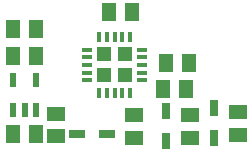
<source format=gbr>
G04 EAGLE Gerber RS-274X export*
G75*
%MOMM*%
%FSLAX34Y34*%
%LPD*%
%INSolderpaste Top*%
%IPPOS*%
%AMOC8*
5,1,8,0,0,1.08239X$1,22.5*%
G01*
%ADD10R,0.350000X0.950000*%
%ADD11R,0.950000X0.350000*%
%ADD12R,1.270000X1.270000*%
%ADD13R,1.240000X1.500000*%
%ADD14R,0.550000X1.200000*%
%ADD15R,1.500000X1.240000*%
%ADD16R,0.800000X1.350000*%
%ADD17R,1.350000X0.800000*%


D10*
X108920Y94710D03*
X115420Y94710D03*
X121920Y94710D03*
X128420Y94710D03*
X134920Y94710D03*
D11*
X145320Y105110D03*
X145320Y111610D03*
X145320Y118110D03*
X145320Y124610D03*
X145320Y131110D03*
D10*
X134920Y141510D03*
X128420Y141510D03*
X121920Y141510D03*
X115420Y141510D03*
X108920Y141510D03*
D11*
X98520Y131110D03*
X98520Y124610D03*
X98520Y118110D03*
X98520Y111610D03*
X98520Y105110D03*
D12*
X113030Y109220D03*
X113030Y127000D03*
X130810Y127000D03*
X130810Y109220D03*
D13*
X36220Y148590D03*
X55220Y148590D03*
X163220Y97790D03*
X182220Y97790D03*
X184760Y119380D03*
X165760Y119380D03*
X136500Y162560D03*
X117500Y162560D03*
D14*
X36220Y79709D03*
X45720Y79709D03*
X55220Y79709D03*
X55220Y105711D03*
X36220Y105711D03*
D13*
X36220Y59690D03*
X55220Y59690D03*
X36220Y125730D03*
X55220Y125730D03*
D15*
X185420Y75540D03*
X185420Y56540D03*
X226060Y78080D03*
X226060Y59080D03*
X72390Y76810D03*
X72390Y57810D03*
D16*
X165100Y53340D03*
X165100Y78740D03*
D17*
X115570Y59690D03*
X90170Y59690D03*
D16*
X205740Y55880D03*
X205740Y81280D03*
D15*
X138430Y75540D03*
X138430Y56540D03*
M02*

</source>
